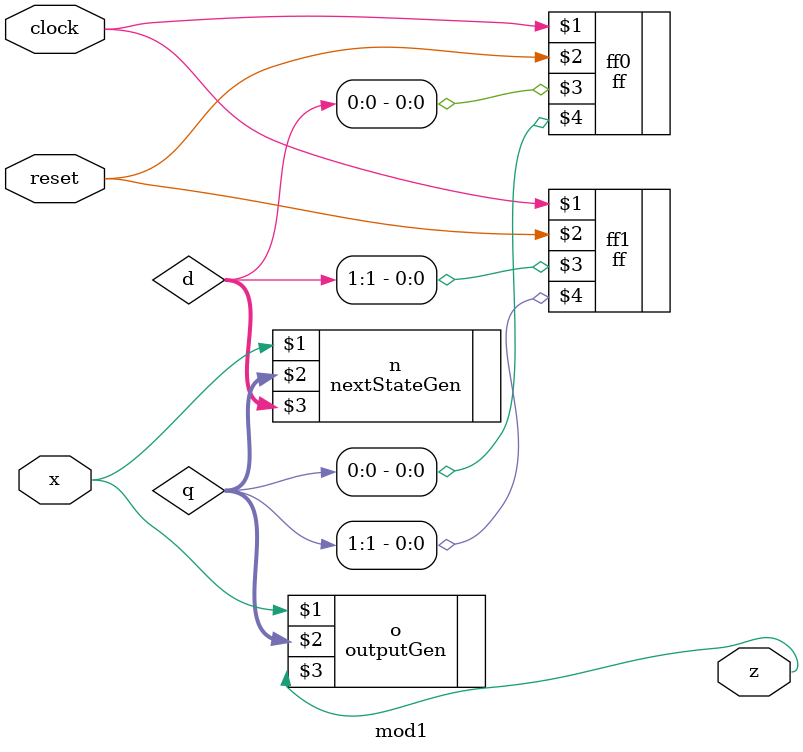
<source format=v>
`include "nextStateGen.v"
`include "outputGen.v"
`include "ff.v"
`timescale 1ns/100ps
module mod1(clock, reset, x, z);
	input clock, reset, x;
	output z;
	
	wire [1:0] q, d;
	
	nextStateGen n(x, q, d);
	outputGen o(x, q, z);
	ff ff0(clock, reset, d[0], q[0]);
	ff ff1(clock, reset, d[1], q[1]);
endmodule
</source>
